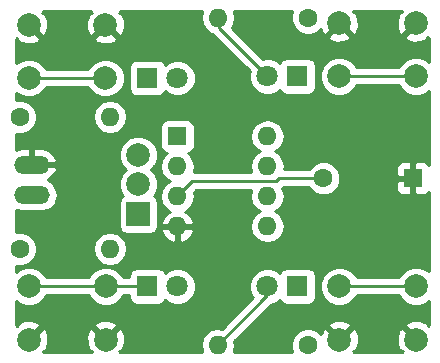
<source format=gbr>
G04 #@! TF.FileFunction,Copper,L1,Top,Signal*
%FSLAX46Y46*%
G04 Gerber Fmt 4.6, Leading zero omitted, Abs format (unit mm)*
G04 Created by KiCad (PCBNEW 4.0.7) date 02/01/18 03:58:40*
%MOMM*%
%LPD*%
G01*
G04 APERTURE LIST*
%ADD10C,0.100000*%
%ADD11R,1.600000X1.600000*%
%ADD12O,1.600000X1.600000*%
%ADD13O,3.010000X1.510000*%
%ADD14R,1.800000X1.800000*%
%ADD15C,1.800000*%
%ADD16C,1.600000*%
%ADD17C,2.000000*%
%ADD18R,2.000000X2.000000*%
%ADD19C,0.250000*%
%ADD20C,0.254000*%
G04 APERTURE END LIST*
D10*
D11*
X147701000Y-94996000D03*
D12*
X155321000Y-102616000D03*
X147701000Y-97536000D03*
X155321000Y-100076000D03*
X147701000Y-100076000D03*
X155321000Y-97536000D03*
X147701000Y-102616000D03*
X155321000Y-94996000D03*
D13*
X135382000Y-99949000D03*
X135382000Y-97409000D03*
D14*
X145161000Y-90043000D03*
D15*
X147701000Y-90043000D03*
D14*
X157861000Y-89916000D03*
D15*
X155321000Y-89916000D03*
D14*
X157861000Y-107696000D03*
D15*
X155321000Y-107696000D03*
D14*
X145161000Y-107696000D03*
D15*
X147701000Y-107696000D03*
D11*
X167640000Y-98552000D03*
D16*
X160040000Y-98552000D03*
X134366000Y-93345000D03*
D12*
X141986000Y-93345000D03*
D16*
X158750000Y-84963000D03*
D12*
X151130000Y-84963000D03*
D16*
X158750000Y-112649000D03*
D12*
X151130000Y-112649000D03*
D16*
X134366000Y-104521000D03*
D12*
X141986000Y-104521000D03*
D17*
X167894000Y-85416000D03*
X167894000Y-89916000D03*
X161394000Y-85416000D03*
X161394000Y-89916000D03*
X161417000Y-112196000D03*
X161417000Y-107696000D03*
X167917000Y-112196000D03*
X167917000Y-107696000D03*
X135128000Y-112196000D03*
X135128000Y-107696000D03*
X141628000Y-112196000D03*
X141628000Y-107696000D03*
X141605000Y-85543000D03*
X141605000Y-90043000D03*
X135105000Y-85543000D03*
X135105000Y-90043000D03*
D18*
X144399000Y-101600000D03*
D17*
X144399000Y-99060000D03*
X144399000Y-96560000D03*
D19*
X141605000Y-90043000D02*
X135105000Y-90043000D01*
X161394000Y-89916000D02*
X167894000Y-89916000D01*
X155321000Y-89916000D02*
X151257000Y-85852000D01*
X151257000Y-85852000D02*
X151257000Y-85090000D01*
X151257000Y-85090000D02*
X151130000Y-84963000D01*
X167917000Y-107696000D02*
X161417000Y-107696000D01*
X155321000Y-107696000D02*
X155321000Y-108458000D01*
X155321000Y-108458000D02*
X151130000Y-112649000D01*
X141628000Y-107696000D02*
X145161000Y-107696000D01*
X141628000Y-107696000D02*
X135128000Y-107696000D01*
X160040000Y-98552000D02*
X156337000Y-98552000D01*
X148971000Y-98806000D02*
X147701000Y-100076000D01*
X156083000Y-98806000D02*
X148971000Y-98806000D01*
X156337000Y-98552000D02*
X156083000Y-98806000D01*
D20*
G36*
X140338186Y-84455794D02*
X140452466Y-84570074D01*
X140185613Y-84668736D01*
X139959092Y-85278461D01*
X139983144Y-85928460D01*
X140185613Y-86417264D01*
X140452468Y-86515927D01*
X141425395Y-85543000D01*
X141411253Y-85528858D01*
X141590858Y-85349253D01*
X141605000Y-85363395D01*
X141619143Y-85349253D01*
X141798748Y-85528858D01*
X141784605Y-85543000D01*
X142757532Y-86515927D01*
X143024387Y-86417264D01*
X143250908Y-85807539D01*
X143226856Y-85157540D01*
X143024387Y-84668736D01*
X142757534Y-84570074D01*
X142871814Y-84455794D01*
X142819020Y-84403000D01*
X149783369Y-84403000D01*
X149776120Y-84413849D01*
X149666887Y-84963000D01*
X149776120Y-85512151D01*
X150087189Y-85977698D01*
X150552736Y-86288767D01*
X150667628Y-86311620D01*
X150719599Y-86389401D01*
X153831234Y-89501036D01*
X153786267Y-89609330D01*
X153785735Y-90219991D01*
X154018932Y-90784371D01*
X154450357Y-91216551D01*
X155014330Y-91450733D01*
X155624991Y-91451265D01*
X156189371Y-91218068D01*
X156357613Y-91050120D01*
X156357838Y-91051317D01*
X156496910Y-91267441D01*
X156709110Y-91412431D01*
X156961000Y-91463440D01*
X158761000Y-91463440D01*
X158996317Y-91419162D01*
X159212441Y-91280090D01*
X159357431Y-91067890D01*
X159408440Y-90816000D01*
X159408440Y-89016000D01*
X159364162Y-88780683D01*
X159225090Y-88564559D01*
X159012890Y-88419569D01*
X158761000Y-88368560D01*
X156961000Y-88368560D01*
X156725683Y-88412838D01*
X156509559Y-88551910D01*
X156364569Y-88764110D01*
X156360433Y-88784534D01*
X156191643Y-88615449D01*
X155627670Y-88381267D01*
X155017009Y-88380735D01*
X154906287Y-88426485D01*
X153048334Y-86568532D01*
X160421073Y-86568532D01*
X160519736Y-86835387D01*
X161129461Y-87061908D01*
X161779460Y-87037856D01*
X162268264Y-86835387D01*
X162366927Y-86568532D01*
X161394000Y-85595605D01*
X160421073Y-86568532D01*
X153048334Y-86568532D01*
X152286842Y-85807040D01*
X152483880Y-85512151D01*
X152593113Y-84963000D01*
X152483880Y-84413849D01*
X152476631Y-84403000D01*
X157428738Y-84403000D01*
X157315250Y-84676309D01*
X157314752Y-85247187D01*
X157532757Y-85774800D01*
X157936077Y-86178824D01*
X158463309Y-86397750D01*
X159034187Y-86398248D01*
X159561800Y-86180243D01*
X159821611Y-85920885D01*
X159974613Y-86290264D01*
X160241468Y-86388927D01*
X161214395Y-85416000D01*
X161200253Y-85401858D01*
X161379858Y-85222253D01*
X161394000Y-85236395D01*
X161408143Y-85222253D01*
X161587748Y-85401858D01*
X161573605Y-85416000D01*
X162546532Y-86388927D01*
X162813387Y-86290264D01*
X163039908Y-85680539D01*
X163015856Y-85030540D01*
X162813387Y-84541736D01*
X162546534Y-84443074D01*
X162586608Y-84403000D01*
X166701392Y-84403000D01*
X166741466Y-84443074D01*
X166474613Y-84541736D01*
X166248092Y-85151461D01*
X166272144Y-85801460D01*
X166474613Y-86290264D01*
X166741468Y-86388927D01*
X167714395Y-85416000D01*
X167700253Y-85401858D01*
X167879858Y-85222253D01*
X167894000Y-85236395D01*
X167908143Y-85222253D01*
X168087748Y-85401858D01*
X168073605Y-85416000D01*
X168087748Y-85430143D01*
X167908143Y-85609748D01*
X167894000Y-85595605D01*
X166921073Y-86568532D01*
X167019736Y-86835387D01*
X167629461Y-87061908D01*
X168279460Y-87037856D01*
X168768264Y-86835387D01*
X168866926Y-86568534D01*
X168962000Y-86663608D01*
X168962000Y-88671605D01*
X168821363Y-88530722D01*
X168220648Y-88281284D01*
X167570205Y-88280716D01*
X166969057Y-88529106D01*
X166508722Y-88988637D01*
X166439227Y-89156000D01*
X162849047Y-89156000D01*
X162780894Y-88991057D01*
X162321363Y-88530722D01*
X161720648Y-88281284D01*
X161070205Y-88280716D01*
X160469057Y-88529106D01*
X160008722Y-88988637D01*
X159759284Y-89589352D01*
X159758716Y-90239795D01*
X160007106Y-90840943D01*
X160466637Y-91301278D01*
X161067352Y-91550716D01*
X161717795Y-91551284D01*
X162318943Y-91302894D01*
X162779278Y-90843363D01*
X162848773Y-90676000D01*
X166438953Y-90676000D01*
X166507106Y-90840943D01*
X166966637Y-91301278D01*
X167567352Y-91550716D01*
X168217795Y-91551284D01*
X168818943Y-91302894D01*
X168962000Y-91160087D01*
X168962000Y-97375974D01*
X168799698Y-97213673D01*
X168566309Y-97117000D01*
X167925750Y-97117000D01*
X167767000Y-97275750D01*
X167767000Y-98425000D01*
X167787000Y-98425000D01*
X167787000Y-98679000D01*
X167767000Y-98679000D01*
X167767000Y-99828250D01*
X167925750Y-99987000D01*
X168566309Y-99987000D01*
X168799698Y-99890327D01*
X168962000Y-99728026D01*
X168962000Y-106428565D01*
X168844363Y-106310722D01*
X168243648Y-106061284D01*
X167593205Y-106060716D01*
X166992057Y-106309106D01*
X166531722Y-106768637D01*
X166462227Y-106936000D01*
X162872047Y-106936000D01*
X162803894Y-106771057D01*
X162344363Y-106310722D01*
X161743648Y-106061284D01*
X161093205Y-106060716D01*
X160492057Y-106309106D01*
X160031722Y-106768637D01*
X159782284Y-107369352D01*
X159781716Y-108019795D01*
X160030106Y-108620943D01*
X160489637Y-109081278D01*
X161090352Y-109330716D01*
X161740795Y-109331284D01*
X162341943Y-109082894D01*
X162802278Y-108623363D01*
X162871773Y-108456000D01*
X166461953Y-108456000D01*
X166530106Y-108620943D01*
X166989637Y-109081278D01*
X167590352Y-109330716D01*
X168240795Y-109331284D01*
X168841943Y-109082894D01*
X168962000Y-108963047D01*
X168962000Y-110971392D01*
X168889926Y-111043466D01*
X168791264Y-110776613D01*
X168181539Y-110550092D01*
X167531540Y-110574144D01*
X167042736Y-110776613D01*
X166944073Y-111043468D01*
X167917000Y-112016395D01*
X167931143Y-112002253D01*
X168110748Y-112181858D01*
X168096605Y-112196000D01*
X168110748Y-112210143D01*
X167931143Y-112389748D01*
X167917000Y-112375605D01*
X167902858Y-112389748D01*
X167723253Y-112210143D01*
X167737395Y-112196000D01*
X166764468Y-111223073D01*
X166497613Y-111321736D01*
X166271092Y-111931461D01*
X166295144Y-112581460D01*
X166497613Y-113070264D01*
X166764466Y-113168926D01*
X166724392Y-113209000D01*
X162609608Y-113209000D01*
X162569534Y-113168926D01*
X162836387Y-113070264D01*
X163062908Y-112460539D01*
X163038856Y-111810540D01*
X162836387Y-111321736D01*
X162569532Y-111223073D01*
X161596605Y-112196000D01*
X161610748Y-112210143D01*
X161431143Y-112389748D01*
X161417000Y-112375605D01*
X161402858Y-112389748D01*
X161223253Y-112210143D01*
X161237395Y-112196000D01*
X160264468Y-111223073D01*
X159997613Y-111321736D01*
X159849814Y-111719566D01*
X159563923Y-111433176D01*
X159036691Y-111214250D01*
X158465813Y-111213752D01*
X157938200Y-111431757D01*
X157534176Y-111835077D01*
X157315250Y-112362309D01*
X157314752Y-112933187D01*
X157428715Y-113209000D01*
X152476631Y-113209000D01*
X152483880Y-113198151D01*
X152593113Y-112649000D01*
X152528688Y-112325114D01*
X153810334Y-111043468D01*
X160444073Y-111043468D01*
X161417000Y-112016395D01*
X162389927Y-111043468D01*
X162291264Y-110776613D01*
X161681539Y-110550092D01*
X161031540Y-110574144D01*
X160542736Y-110776613D01*
X160444073Y-111043468D01*
X153810334Y-111043468D01*
X155622539Y-109231263D01*
X155624991Y-109231265D01*
X156189371Y-108998068D01*
X156357613Y-108830120D01*
X156357838Y-108831317D01*
X156496910Y-109047441D01*
X156709110Y-109192431D01*
X156961000Y-109243440D01*
X158761000Y-109243440D01*
X158996317Y-109199162D01*
X159212441Y-109060090D01*
X159357431Y-108847890D01*
X159408440Y-108596000D01*
X159408440Y-106796000D01*
X159364162Y-106560683D01*
X159225090Y-106344559D01*
X159012890Y-106199569D01*
X158761000Y-106148560D01*
X156961000Y-106148560D01*
X156725683Y-106192838D01*
X156509559Y-106331910D01*
X156364569Y-106544110D01*
X156360433Y-106564534D01*
X156191643Y-106395449D01*
X155627670Y-106161267D01*
X155017009Y-106160735D01*
X154452629Y-106393932D01*
X154020449Y-106825357D01*
X153786267Y-107389330D01*
X153785735Y-107999991D01*
X154018932Y-108564371D01*
X154079327Y-108624871D01*
X151435102Y-111269096D01*
X151158113Y-111214000D01*
X151101887Y-111214000D01*
X150552736Y-111323233D01*
X150087189Y-111634302D01*
X149776120Y-112099849D01*
X149666887Y-112649000D01*
X149776120Y-113198151D01*
X149783369Y-113209000D01*
X142820608Y-113209000D01*
X142780534Y-113168926D01*
X143047387Y-113070264D01*
X143273908Y-112460539D01*
X143249856Y-111810540D01*
X143047387Y-111321736D01*
X142780532Y-111223073D01*
X141807605Y-112196000D01*
X141821748Y-112210143D01*
X141642143Y-112389748D01*
X141628000Y-112375605D01*
X141613858Y-112389748D01*
X141434253Y-112210143D01*
X141448395Y-112196000D01*
X140475468Y-111223073D01*
X140208613Y-111321736D01*
X139982092Y-111931461D01*
X140006144Y-112581460D01*
X140208613Y-113070264D01*
X140475466Y-113168926D01*
X140435392Y-113209000D01*
X136320608Y-113209000D01*
X136280534Y-113168926D01*
X136547387Y-113070264D01*
X136773908Y-112460539D01*
X136749856Y-111810540D01*
X136547387Y-111321736D01*
X136280532Y-111223073D01*
X135307605Y-112196000D01*
X135321748Y-112210143D01*
X135142143Y-112389748D01*
X135128000Y-112375605D01*
X135113858Y-112389748D01*
X134934253Y-112210143D01*
X134948395Y-112196000D01*
X134934253Y-112181858D01*
X135113858Y-112002253D01*
X135128000Y-112016395D01*
X136100927Y-111043468D01*
X140655073Y-111043468D01*
X141628000Y-112016395D01*
X142600927Y-111043468D01*
X142502264Y-110776613D01*
X141892539Y-110550092D01*
X141242540Y-110574144D01*
X140753736Y-110776613D01*
X140655073Y-111043468D01*
X136100927Y-111043468D01*
X136002264Y-110776613D01*
X135392539Y-110550092D01*
X134742540Y-110574144D01*
X134253736Y-110776613D01*
X134155074Y-111043466D01*
X134060000Y-110948392D01*
X134060000Y-108940395D01*
X134200637Y-109081278D01*
X134801352Y-109330716D01*
X135451795Y-109331284D01*
X136052943Y-109082894D01*
X136513278Y-108623363D01*
X136582773Y-108456000D01*
X140172953Y-108456000D01*
X140241106Y-108620943D01*
X140700637Y-109081278D01*
X141301352Y-109330716D01*
X141951795Y-109331284D01*
X142552943Y-109082894D01*
X143013278Y-108623363D01*
X143082773Y-108456000D01*
X143613560Y-108456000D01*
X143613560Y-108596000D01*
X143657838Y-108831317D01*
X143796910Y-109047441D01*
X144009110Y-109192431D01*
X144261000Y-109243440D01*
X146061000Y-109243440D01*
X146296317Y-109199162D01*
X146512441Y-109060090D01*
X146657431Y-108847890D01*
X146661567Y-108827466D01*
X146830357Y-108996551D01*
X147394330Y-109230733D01*
X148004991Y-109231265D01*
X148569371Y-108998068D01*
X149001551Y-108566643D01*
X149235733Y-108002670D01*
X149236265Y-107392009D01*
X149003068Y-106827629D01*
X148571643Y-106395449D01*
X148007670Y-106161267D01*
X147397009Y-106160735D01*
X146832629Y-106393932D01*
X146664387Y-106561880D01*
X146664162Y-106560683D01*
X146525090Y-106344559D01*
X146312890Y-106199569D01*
X146061000Y-106148560D01*
X144261000Y-106148560D01*
X144025683Y-106192838D01*
X143809559Y-106331910D01*
X143664569Y-106544110D01*
X143613560Y-106796000D01*
X143613560Y-106936000D01*
X143083047Y-106936000D01*
X143014894Y-106771057D01*
X142555363Y-106310722D01*
X141954648Y-106061284D01*
X141304205Y-106060716D01*
X140703057Y-106309106D01*
X140242722Y-106768637D01*
X140173227Y-106936000D01*
X136583047Y-106936000D01*
X136514894Y-106771057D01*
X136055363Y-106310722D01*
X135454648Y-106061284D01*
X134804205Y-106060716D01*
X134203057Y-106309106D01*
X134060000Y-106451913D01*
X134060000Y-105947732D01*
X134079309Y-105955750D01*
X134650187Y-105956248D01*
X135177800Y-105738243D01*
X135581824Y-105334923D01*
X135800750Y-104807691D01*
X135801000Y-104521000D01*
X140522887Y-104521000D01*
X140632120Y-105070151D01*
X140943189Y-105535698D01*
X141408736Y-105846767D01*
X141957887Y-105956000D01*
X142014113Y-105956000D01*
X142563264Y-105846767D01*
X143028811Y-105535698D01*
X143339880Y-105070151D01*
X143449113Y-104521000D01*
X143339880Y-103971849D01*
X143028811Y-103506302D01*
X142563264Y-103195233D01*
X142014113Y-103086000D01*
X141957887Y-103086000D01*
X141408736Y-103195233D01*
X140943189Y-103506302D01*
X140632120Y-103971849D01*
X140522887Y-104521000D01*
X135801000Y-104521000D01*
X135801248Y-104236813D01*
X135583243Y-103709200D01*
X135179923Y-103305176D01*
X134652691Y-103086250D01*
X134081813Y-103085752D01*
X134060000Y-103094765D01*
X134060000Y-101233562D01*
X134590075Y-101339000D01*
X136173925Y-101339000D01*
X136705855Y-101233193D01*
X137156803Y-100931878D01*
X137378557Y-100600000D01*
X142751560Y-100600000D01*
X142751560Y-102600000D01*
X142795838Y-102835317D01*
X142934910Y-103051441D01*
X143147110Y-103196431D01*
X143399000Y-103247440D01*
X145399000Y-103247440D01*
X145634317Y-103203162D01*
X145850441Y-103064090D01*
X145918119Y-102965039D01*
X146309096Y-102965039D01*
X146469959Y-103353423D01*
X146845866Y-103768389D01*
X147351959Y-104007914D01*
X147574000Y-103886629D01*
X147574000Y-102743000D01*
X147828000Y-102743000D01*
X147828000Y-103886629D01*
X148050041Y-104007914D01*
X148556134Y-103768389D01*
X148932041Y-103353423D01*
X149092904Y-102965039D01*
X148970915Y-102743000D01*
X147828000Y-102743000D01*
X147574000Y-102743000D01*
X146431085Y-102743000D01*
X146309096Y-102965039D01*
X145918119Y-102965039D01*
X145995431Y-102851890D01*
X146046440Y-102600000D01*
X146046440Y-100600000D01*
X146002162Y-100364683D01*
X145863090Y-100148559D01*
X145720439Y-100051090D01*
X145784278Y-99987363D01*
X146033716Y-99386648D01*
X146034284Y-98736205D01*
X145785894Y-98135057D01*
X145461241Y-97809836D01*
X145735555Y-97536000D01*
X146237887Y-97536000D01*
X146347120Y-98085151D01*
X146658189Y-98550698D01*
X147040275Y-98806000D01*
X146658189Y-99061302D01*
X146347120Y-99526849D01*
X146237887Y-100076000D01*
X146347120Y-100625151D01*
X146658189Y-101090698D01*
X147062703Y-101360986D01*
X146845866Y-101463611D01*
X146469959Y-101878577D01*
X146309096Y-102266961D01*
X146431085Y-102489000D01*
X147574000Y-102489000D01*
X147574000Y-102469000D01*
X147828000Y-102469000D01*
X147828000Y-102489000D01*
X148970915Y-102489000D01*
X149092904Y-102266961D01*
X148932041Y-101878577D01*
X148556134Y-101463611D01*
X148339297Y-101360986D01*
X148743811Y-101090698D01*
X149054880Y-100625151D01*
X149164113Y-100076000D01*
X149099688Y-99752114D01*
X149285802Y-99566000D01*
X153959332Y-99566000D01*
X153857887Y-100076000D01*
X153967120Y-100625151D01*
X154278189Y-101090698D01*
X154660275Y-101346000D01*
X154278189Y-101601302D01*
X153967120Y-102066849D01*
X153857887Y-102616000D01*
X153967120Y-103165151D01*
X154278189Y-103630698D01*
X154743736Y-103941767D01*
X155292887Y-104051000D01*
X155349113Y-104051000D01*
X155898264Y-103941767D01*
X156363811Y-103630698D01*
X156674880Y-103165151D01*
X156784113Y-102616000D01*
X156674880Y-102066849D01*
X156363811Y-101601302D01*
X155981725Y-101346000D01*
X156363811Y-101090698D01*
X156674880Y-100625151D01*
X156784113Y-100076000D01*
X156674880Y-99526849D01*
X156573323Y-99374858D01*
X156620401Y-99343401D01*
X156651802Y-99312000D01*
X158801354Y-99312000D01*
X158822757Y-99363800D01*
X159226077Y-99767824D01*
X159753309Y-99986750D01*
X160324187Y-99987248D01*
X160851800Y-99769243D01*
X161255824Y-99365923D01*
X161474750Y-98838691D01*
X161474750Y-98837750D01*
X166205000Y-98837750D01*
X166205000Y-99478310D01*
X166301673Y-99711699D01*
X166480302Y-99890327D01*
X166713691Y-99987000D01*
X167354250Y-99987000D01*
X167513000Y-99828250D01*
X167513000Y-98679000D01*
X166363750Y-98679000D01*
X166205000Y-98837750D01*
X161474750Y-98837750D01*
X161475248Y-98267813D01*
X161257243Y-97740200D01*
X161142933Y-97625690D01*
X166205000Y-97625690D01*
X166205000Y-98266250D01*
X166363750Y-98425000D01*
X167513000Y-98425000D01*
X167513000Y-97275750D01*
X167354250Y-97117000D01*
X166713691Y-97117000D01*
X166480302Y-97213673D01*
X166301673Y-97392301D01*
X166205000Y-97625690D01*
X161142933Y-97625690D01*
X160853923Y-97336176D01*
X160326691Y-97117250D01*
X159755813Y-97116752D01*
X159228200Y-97334757D01*
X158824176Y-97738077D01*
X158801785Y-97792000D01*
X156733191Y-97792000D01*
X156784113Y-97536000D01*
X156674880Y-96986849D01*
X156363811Y-96521302D01*
X155981725Y-96266000D01*
X156363811Y-96010698D01*
X156674880Y-95545151D01*
X156784113Y-94996000D01*
X156674880Y-94446849D01*
X156363811Y-93981302D01*
X155898264Y-93670233D01*
X155349113Y-93561000D01*
X155292887Y-93561000D01*
X154743736Y-93670233D01*
X154278189Y-93981302D01*
X153967120Y-94446849D01*
X153857887Y-94996000D01*
X153967120Y-95545151D01*
X154278189Y-96010698D01*
X154660275Y-96266000D01*
X154278189Y-96521302D01*
X153967120Y-96986849D01*
X153857887Y-97536000D01*
X153959332Y-98046000D01*
X149062668Y-98046000D01*
X149164113Y-97536000D01*
X149054880Y-96986849D01*
X148743811Y-96521302D01*
X148599535Y-96424899D01*
X148736317Y-96399162D01*
X148952441Y-96260090D01*
X149097431Y-96047890D01*
X149148440Y-95796000D01*
X149148440Y-94196000D01*
X149104162Y-93960683D01*
X148965090Y-93744559D01*
X148752890Y-93599569D01*
X148501000Y-93548560D01*
X146901000Y-93548560D01*
X146665683Y-93592838D01*
X146449559Y-93731910D01*
X146304569Y-93944110D01*
X146253560Y-94196000D01*
X146253560Y-95796000D01*
X146297838Y-96031317D01*
X146436910Y-96247441D01*
X146649110Y-96392431D01*
X146804089Y-96423815D01*
X146658189Y-96521302D01*
X146347120Y-96986849D01*
X146237887Y-97536000D01*
X145735555Y-97536000D01*
X145784278Y-97487363D01*
X146033716Y-96886648D01*
X146034284Y-96236205D01*
X145785894Y-95635057D01*
X145326363Y-95174722D01*
X144725648Y-94925284D01*
X144075205Y-94924716D01*
X143474057Y-95173106D01*
X143013722Y-95632637D01*
X142764284Y-96233352D01*
X142763716Y-96883795D01*
X143012106Y-97484943D01*
X143336759Y-97810164D01*
X143013722Y-98132637D01*
X142764284Y-98733352D01*
X142763716Y-99383795D01*
X143012106Y-99984943D01*
X143078621Y-100051574D01*
X142947559Y-100135910D01*
X142802569Y-100348110D01*
X142751560Y-100600000D01*
X137378557Y-100600000D01*
X137458118Y-100480930D01*
X137563925Y-99949000D01*
X137458118Y-99417070D01*
X137156803Y-98966122D01*
X136708013Y-98666249D01*
X136781263Y-98644592D01*
X137204681Y-98302076D01*
X137464793Y-97823597D01*
X137479277Y-97750971D01*
X137356683Y-97536000D01*
X135509000Y-97536000D01*
X135509000Y-97556000D01*
X135255000Y-97556000D01*
X135255000Y-97536000D01*
X135235000Y-97536000D01*
X135235000Y-97282000D01*
X135255000Y-97282000D01*
X135255000Y-96019000D01*
X135509000Y-96019000D01*
X135509000Y-97282000D01*
X137356683Y-97282000D01*
X137479277Y-97067029D01*
X137464793Y-96994403D01*
X137204681Y-96515924D01*
X136781263Y-96173408D01*
X136259000Y-96019000D01*
X135509000Y-96019000D01*
X135255000Y-96019000D01*
X134505000Y-96019000D01*
X134060000Y-96150565D01*
X134060000Y-94771732D01*
X134079309Y-94779750D01*
X134650187Y-94780248D01*
X135177800Y-94562243D01*
X135581824Y-94158923D01*
X135800750Y-93631691D01*
X135801000Y-93345000D01*
X140522887Y-93345000D01*
X140632120Y-93894151D01*
X140943189Y-94359698D01*
X141408736Y-94670767D01*
X141957887Y-94780000D01*
X142014113Y-94780000D01*
X142563264Y-94670767D01*
X143028811Y-94359698D01*
X143339880Y-93894151D01*
X143449113Y-93345000D01*
X143339880Y-92795849D01*
X143028811Y-92330302D01*
X142563264Y-92019233D01*
X142014113Y-91910000D01*
X141957887Y-91910000D01*
X141408736Y-92019233D01*
X140943189Y-92330302D01*
X140632120Y-92795849D01*
X140522887Y-93345000D01*
X135801000Y-93345000D01*
X135801248Y-93060813D01*
X135583243Y-92533200D01*
X135179923Y-92129176D01*
X134652691Y-91910250D01*
X134081813Y-91909752D01*
X134060000Y-91918765D01*
X134060000Y-91310435D01*
X134177637Y-91428278D01*
X134778352Y-91677716D01*
X135428795Y-91678284D01*
X136029943Y-91429894D01*
X136490278Y-90970363D01*
X136559773Y-90803000D01*
X140149953Y-90803000D01*
X140218106Y-90967943D01*
X140677637Y-91428278D01*
X141278352Y-91677716D01*
X141928795Y-91678284D01*
X142529943Y-91429894D01*
X142990278Y-90970363D01*
X143239716Y-90369648D01*
X143240284Y-89719205D01*
X143002201Y-89143000D01*
X143613560Y-89143000D01*
X143613560Y-90943000D01*
X143657838Y-91178317D01*
X143796910Y-91394441D01*
X144009110Y-91539431D01*
X144261000Y-91590440D01*
X146061000Y-91590440D01*
X146296317Y-91546162D01*
X146512441Y-91407090D01*
X146657431Y-91194890D01*
X146661567Y-91174466D01*
X146830357Y-91343551D01*
X147394330Y-91577733D01*
X148004991Y-91578265D01*
X148569371Y-91345068D01*
X149001551Y-90913643D01*
X149235733Y-90349670D01*
X149236265Y-89739009D01*
X149003068Y-89174629D01*
X148571643Y-88742449D01*
X148007670Y-88508267D01*
X147397009Y-88507735D01*
X146832629Y-88740932D01*
X146664387Y-88908880D01*
X146664162Y-88907683D01*
X146525090Y-88691559D01*
X146312890Y-88546569D01*
X146061000Y-88495560D01*
X144261000Y-88495560D01*
X144025683Y-88539838D01*
X143809559Y-88678910D01*
X143664569Y-88891110D01*
X143613560Y-89143000D01*
X143002201Y-89143000D01*
X142991894Y-89118057D01*
X142532363Y-88657722D01*
X141931648Y-88408284D01*
X141281205Y-88407716D01*
X140680057Y-88656106D01*
X140219722Y-89115637D01*
X140150227Y-89283000D01*
X136560047Y-89283000D01*
X136491894Y-89118057D01*
X136032363Y-88657722D01*
X135431648Y-88408284D01*
X134781205Y-88407716D01*
X134180057Y-88656106D01*
X134060000Y-88775953D01*
X134060000Y-86767608D01*
X134132074Y-86695534D01*
X134230736Y-86962387D01*
X134840461Y-87188908D01*
X135490460Y-87164856D01*
X135979264Y-86962387D01*
X136077927Y-86695532D01*
X140632073Y-86695532D01*
X140730736Y-86962387D01*
X141340461Y-87188908D01*
X141990460Y-87164856D01*
X142479264Y-86962387D01*
X142577927Y-86695532D01*
X141605000Y-85722605D01*
X140632073Y-86695532D01*
X136077927Y-86695532D01*
X135105000Y-85722605D01*
X135090858Y-85736748D01*
X134911253Y-85557143D01*
X134925395Y-85543000D01*
X134911253Y-85528858D01*
X135090858Y-85349253D01*
X135105000Y-85363395D01*
X135119143Y-85349253D01*
X135298748Y-85528858D01*
X135284605Y-85543000D01*
X136257532Y-86515927D01*
X136524387Y-86417264D01*
X136750908Y-85807539D01*
X136726856Y-85157540D01*
X136524387Y-84668736D01*
X136257534Y-84570074D01*
X136371814Y-84455794D01*
X136319020Y-84403000D01*
X140390980Y-84403000D01*
X140338186Y-84455794D01*
X140338186Y-84455794D01*
G37*
X140338186Y-84455794D02*
X140452466Y-84570074D01*
X140185613Y-84668736D01*
X139959092Y-85278461D01*
X139983144Y-85928460D01*
X140185613Y-86417264D01*
X140452468Y-86515927D01*
X141425395Y-85543000D01*
X141411253Y-85528858D01*
X141590858Y-85349253D01*
X141605000Y-85363395D01*
X141619143Y-85349253D01*
X141798748Y-85528858D01*
X141784605Y-85543000D01*
X142757532Y-86515927D01*
X143024387Y-86417264D01*
X143250908Y-85807539D01*
X143226856Y-85157540D01*
X143024387Y-84668736D01*
X142757534Y-84570074D01*
X142871814Y-84455794D01*
X142819020Y-84403000D01*
X149783369Y-84403000D01*
X149776120Y-84413849D01*
X149666887Y-84963000D01*
X149776120Y-85512151D01*
X150087189Y-85977698D01*
X150552736Y-86288767D01*
X150667628Y-86311620D01*
X150719599Y-86389401D01*
X153831234Y-89501036D01*
X153786267Y-89609330D01*
X153785735Y-90219991D01*
X154018932Y-90784371D01*
X154450357Y-91216551D01*
X155014330Y-91450733D01*
X155624991Y-91451265D01*
X156189371Y-91218068D01*
X156357613Y-91050120D01*
X156357838Y-91051317D01*
X156496910Y-91267441D01*
X156709110Y-91412431D01*
X156961000Y-91463440D01*
X158761000Y-91463440D01*
X158996317Y-91419162D01*
X159212441Y-91280090D01*
X159357431Y-91067890D01*
X159408440Y-90816000D01*
X159408440Y-89016000D01*
X159364162Y-88780683D01*
X159225090Y-88564559D01*
X159012890Y-88419569D01*
X158761000Y-88368560D01*
X156961000Y-88368560D01*
X156725683Y-88412838D01*
X156509559Y-88551910D01*
X156364569Y-88764110D01*
X156360433Y-88784534D01*
X156191643Y-88615449D01*
X155627670Y-88381267D01*
X155017009Y-88380735D01*
X154906287Y-88426485D01*
X153048334Y-86568532D01*
X160421073Y-86568532D01*
X160519736Y-86835387D01*
X161129461Y-87061908D01*
X161779460Y-87037856D01*
X162268264Y-86835387D01*
X162366927Y-86568532D01*
X161394000Y-85595605D01*
X160421073Y-86568532D01*
X153048334Y-86568532D01*
X152286842Y-85807040D01*
X152483880Y-85512151D01*
X152593113Y-84963000D01*
X152483880Y-84413849D01*
X152476631Y-84403000D01*
X157428738Y-84403000D01*
X157315250Y-84676309D01*
X157314752Y-85247187D01*
X157532757Y-85774800D01*
X157936077Y-86178824D01*
X158463309Y-86397750D01*
X159034187Y-86398248D01*
X159561800Y-86180243D01*
X159821611Y-85920885D01*
X159974613Y-86290264D01*
X160241468Y-86388927D01*
X161214395Y-85416000D01*
X161200253Y-85401858D01*
X161379858Y-85222253D01*
X161394000Y-85236395D01*
X161408143Y-85222253D01*
X161587748Y-85401858D01*
X161573605Y-85416000D01*
X162546532Y-86388927D01*
X162813387Y-86290264D01*
X163039908Y-85680539D01*
X163015856Y-85030540D01*
X162813387Y-84541736D01*
X162546534Y-84443074D01*
X162586608Y-84403000D01*
X166701392Y-84403000D01*
X166741466Y-84443074D01*
X166474613Y-84541736D01*
X166248092Y-85151461D01*
X166272144Y-85801460D01*
X166474613Y-86290264D01*
X166741468Y-86388927D01*
X167714395Y-85416000D01*
X167700253Y-85401858D01*
X167879858Y-85222253D01*
X167894000Y-85236395D01*
X167908143Y-85222253D01*
X168087748Y-85401858D01*
X168073605Y-85416000D01*
X168087748Y-85430143D01*
X167908143Y-85609748D01*
X167894000Y-85595605D01*
X166921073Y-86568532D01*
X167019736Y-86835387D01*
X167629461Y-87061908D01*
X168279460Y-87037856D01*
X168768264Y-86835387D01*
X168866926Y-86568534D01*
X168962000Y-86663608D01*
X168962000Y-88671605D01*
X168821363Y-88530722D01*
X168220648Y-88281284D01*
X167570205Y-88280716D01*
X166969057Y-88529106D01*
X166508722Y-88988637D01*
X166439227Y-89156000D01*
X162849047Y-89156000D01*
X162780894Y-88991057D01*
X162321363Y-88530722D01*
X161720648Y-88281284D01*
X161070205Y-88280716D01*
X160469057Y-88529106D01*
X160008722Y-88988637D01*
X159759284Y-89589352D01*
X159758716Y-90239795D01*
X160007106Y-90840943D01*
X160466637Y-91301278D01*
X161067352Y-91550716D01*
X161717795Y-91551284D01*
X162318943Y-91302894D01*
X162779278Y-90843363D01*
X162848773Y-90676000D01*
X166438953Y-90676000D01*
X166507106Y-90840943D01*
X166966637Y-91301278D01*
X167567352Y-91550716D01*
X168217795Y-91551284D01*
X168818943Y-91302894D01*
X168962000Y-91160087D01*
X168962000Y-97375974D01*
X168799698Y-97213673D01*
X168566309Y-97117000D01*
X167925750Y-97117000D01*
X167767000Y-97275750D01*
X167767000Y-98425000D01*
X167787000Y-98425000D01*
X167787000Y-98679000D01*
X167767000Y-98679000D01*
X167767000Y-99828250D01*
X167925750Y-99987000D01*
X168566309Y-99987000D01*
X168799698Y-99890327D01*
X168962000Y-99728026D01*
X168962000Y-106428565D01*
X168844363Y-106310722D01*
X168243648Y-106061284D01*
X167593205Y-106060716D01*
X166992057Y-106309106D01*
X166531722Y-106768637D01*
X166462227Y-106936000D01*
X162872047Y-106936000D01*
X162803894Y-106771057D01*
X162344363Y-106310722D01*
X161743648Y-106061284D01*
X161093205Y-106060716D01*
X160492057Y-106309106D01*
X160031722Y-106768637D01*
X159782284Y-107369352D01*
X159781716Y-108019795D01*
X160030106Y-108620943D01*
X160489637Y-109081278D01*
X161090352Y-109330716D01*
X161740795Y-109331284D01*
X162341943Y-109082894D01*
X162802278Y-108623363D01*
X162871773Y-108456000D01*
X166461953Y-108456000D01*
X166530106Y-108620943D01*
X166989637Y-109081278D01*
X167590352Y-109330716D01*
X168240795Y-109331284D01*
X168841943Y-109082894D01*
X168962000Y-108963047D01*
X168962000Y-110971392D01*
X168889926Y-111043466D01*
X168791264Y-110776613D01*
X168181539Y-110550092D01*
X167531540Y-110574144D01*
X167042736Y-110776613D01*
X166944073Y-111043468D01*
X167917000Y-112016395D01*
X167931143Y-112002253D01*
X168110748Y-112181858D01*
X168096605Y-112196000D01*
X168110748Y-112210143D01*
X167931143Y-112389748D01*
X167917000Y-112375605D01*
X167902858Y-112389748D01*
X167723253Y-112210143D01*
X167737395Y-112196000D01*
X166764468Y-111223073D01*
X166497613Y-111321736D01*
X166271092Y-111931461D01*
X166295144Y-112581460D01*
X166497613Y-113070264D01*
X166764466Y-113168926D01*
X166724392Y-113209000D01*
X162609608Y-113209000D01*
X162569534Y-113168926D01*
X162836387Y-113070264D01*
X163062908Y-112460539D01*
X163038856Y-111810540D01*
X162836387Y-111321736D01*
X162569532Y-111223073D01*
X161596605Y-112196000D01*
X161610748Y-112210143D01*
X161431143Y-112389748D01*
X161417000Y-112375605D01*
X161402858Y-112389748D01*
X161223253Y-112210143D01*
X161237395Y-112196000D01*
X160264468Y-111223073D01*
X159997613Y-111321736D01*
X159849814Y-111719566D01*
X159563923Y-111433176D01*
X159036691Y-111214250D01*
X158465813Y-111213752D01*
X157938200Y-111431757D01*
X157534176Y-111835077D01*
X157315250Y-112362309D01*
X157314752Y-112933187D01*
X157428715Y-113209000D01*
X152476631Y-113209000D01*
X152483880Y-113198151D01*
X152593113Y-112649000D01*
X152528688Y-112325114D01*
X153810334Y-111043468D01*
X160444073Y-111043468D01*
X161417000Y-112016395D01*
X162389927Y-111043468D01*
X162291264Y-110776613D01*
X161681539Y-110550092D01*
X161031540Y-110574144D01*
X160542736Y-110776613D01*
X160444073Y-111043468D01*
X153810334Y-111043468D01*
X155622539Y-109231263D01*
X155624991Y-109231265D01*
X156189371Y-108998068D01*
X156357613Y-108830120D01*
X156357838Y-108831317D01*
X156496910Y-109047441D01*
X156709110Y-109192431D01*
X156961000Y-109243440D01*
X158761000Y-109243440D01*
X158996317Y-109199162D01*
X159212441Y-109060090D01*
X159357431Y-108847890D01*
X159408440Y-108596000D01*
X159408440Y-106796000D01*
X159364162Y-106560683D01*
X159225090Y-106344559D01*
X159012890Y-106199569D01*
X158761000Y-106148560D01*
X156961000Y-106148560D01*
X156725683Y-106192838D01*
X156509559Y-106331910D01*
X156364569Y-106544110D01*
X156360433Y-106564534D01*
X156191643Y-106395449D01*
X155627670Y-106161267D01*
X155017009Y-106160735D01*
X154452629Y-106393932D01*
X154020449Y-106825357D01*
X153786267Y-107389330D01*
X153785735Y-107999991D01*
X154018932Y-108564371D01*
X154079327Y-108624871D01*
X151435102Y-111269096D01*
X151158113Y-111214000D01*
X151101887Y-111214000D01*
X150552736Y-111323233D01*
X150087189Y-111634302D01*
X149776120Y-112099849D01*
X149666887Y-112649000D01*
X149776120Y-113198151D01*
X149783369Y-113209000D01*
X142820608Y-113209000D01*
X142780534Y-113168926D01*
X143047387Y-113070264D01*
X143273908Y-112460539D01*
X143249856Y-111810540D01*
X143047387Y-111321736D01*
X142780532Y-111223073D01*
X141807605Y-112196000D01*
X141821748Y-112210143D01*
X141642143Y-112389748D01*
X141628000Y-112375605D01*
X141613858Y-112389748D01*
X141434253Y-112210143D01*
X141448395Y-112196000D01*
X140475468Y-111223073D01*
X140208613Y-111321736D01*
X139982092Y-111931461D01*
X140006144Y-112581460D01*
X140208613Y-113070264D01*
X140475466Y-113168926D01*
X140435392Y-113209000D01*
X136320608Y-113209000D01*
X136280534Y-113168926D01*
X136547387Y-113070264D01*
X136773908Y-112460539D01*
X136749856Y-111810540D01*
X136547387Y-111321736D01*
X136280532Y-111223073D01*
X135307605Y-112196000D01*
X135321748Y-112210143D01*
X135142143Y-112389748D01*
X135128000Y-112375605D01*
X135113858Y-112389748D01*
X134934253Y-112210143D01*
X134948395Y-112196000D01*
X134934253Y-112181858D01*
X135113858Y-112002253D01*
X135128000Y-112016395D01*
X136100927Y-111043468D01*
X140655073Y-111043468D01*
X141628000Y-112016395D01*
X142600927Y-111043468D01*
X142502264Y-110776613D01*
X141892539Y-110550092D01*
X141242540Y-110574144D01*
X140753736Y-110776613D01*
X140655073Y-111043468D01*
X136100927Y-111043468D01*
X136002264Y-110776613D01*
X135392539Y-110550092D01*
X134742540Y-110574144D01*
X134253736Y-110776613D01*
X134155074Y-111043466D01*
X134060000Y-110948392D01*
X134060000Y-108940395D01*
X134200637Y-109081278D01*
X134801352Y-109330716D01*
X135451795Y-109331284D01*
X136052943Y-109082894D01*
X136513278Y-108623363D01*
X136582773Y-108456000D01*
X140172953Y-108456000D01*
X140241106Y-108620943D01*
X140700637Y-109081278D01*
X141301352Y-109330716D01*
X141951795Y-109331284D01*
X142552943Y-109082894D01*
X143013278Y-108623363D01*
X143082773Y-108456000D01*
X143613560Y-108456000D01*
X143613560Y-108596000D01*
X143657838Y-108831317D01*
X143796910Y-109047441D01*
X144009110Y-109192431D01*
X144261000Y-109243440D01*
X146061000Y-109243440D01*
X146296317Y-109199162D01*
X146512441Y-109060090D01*
X146657431Y-108847890D01*
X146661567Y-108827466D01*
X146830357Y-108996551D01*
X147394330Y-109230733D01*
X148004991Y-109231265D01*
X148569371Y-108998068D01*
X149001551Y-108566643D01*
X149235733Y-108002670D01*
X149236265Y-107392009D01*
X149003068Y-106827629D01*
X148571643Y-106395449D01*
X148007670Y-106161267D01*
X147397009Y-106160735D01*
X146832629Y-106393932D01*
X146664387Y-106561880D01*
X146664162Y-106560683D01*
X146525090Y-106344559D01*
X146312890Y-106199569D01*
X146061000Y-106148560D01*
X144261000Y-106148560D01*
X144025683Y-106192838D01*
X143809559Y-106331910D01*
X143664569Y-106544110D01*
X143613560Y-106796000D01*
X143613560Y-106936000D01*
X143083047Y-106936000D01*
X143014894Y-106771057D01*
X142555363Y-106310722D01*
X141954648Y-106061284D01*
X141304205Y-106060716D01*
X140703057Y-106309106D01*
X140242722Y-106768637D01*
X140173227Y-106936000D01*
X136583047Y-106936000D01*
X136514894Y-106771057D01*
X136055363Y-106310722D01*
X135454648Y-106061284D01*
X134804205Y-106060716D01*
X134203057Y-106309106D01*
X134060000Y-106451913D01*
X134060000Y-105947732D01*
X134079309Y-105955750D01*
X134650187Y-105956248D01*
X135177800Y-105738243D01*
X135581824Y-105334923D01*
X135800750Y-104807691D01*
X135801000Y-104521000D01*
X140522887Y-104521000D01*
X140632120Y-105070151D01*
X140943189Y-105535698D01*
X141408736Y-105846767D01*
X141957887Y-105956000D01*
X142014113Y-105956000D01*
X142563264Y-105846767D01*
X143028811Y-105535698D01*
X143339880Y-105070151D01*
X143449113Y-104521000D01*
X143339880Y-103971849D01*
X143028811Y-103506302D01*
X142563264Y-103195233D01*
X142014113Y-103086000D01*
X141957887Y-103086000D01*
X141408736Y-103195233D01*
X140943189Y-103506302D01*
X140632120Y-103971849D01*
X140522887Y-104521000D01*
X135801000Y-104521000D01*
X135801248Y-104236813D01*
X135583243Y-103709200D01*
X135179923Y-103305176D01*
X134652691Y-103086250D01*
X134081813Y-103085752D01*
X134060000Y-103094765D01*
X134060000Y-101233562D01*
X134590075Y-101339000D01*
X136173925Y-101339000D01*
X136705855Y-101233193D01*
X137156803Y-100931878D01*
X137378557Y-100600000D01*
X142751560Y-100600000D01*
X142751560Y-102600000D01*
X142795838Y-102835317D01*
X142934910Y-103051441D01*
X143147110Y-103196431D01*
X143399000Y-103247440D01*
X145399000Y-103247440D01*
X145634317Y-103203162D01*
X145850441Y-103064090D01*
X145918119Y-102965039D01*
X146309096Y-102965039D01*
X146469959Y-103353423D01*
X146845866Y-103768389D01*
X147351959Y-104007914D01*
X147574000Y-103886629D01*
X147574000Y-102743000D01*
X147828000Y-102743000D01*
X147828000Y-103886629D01*
X148050041Y-104007914D01*
X148556134Y-103768389D01*
X148932041Y-103353423D01*
X149092904Y-102965039D01*
X148970915Y-102743000D01*
X147828000Y-102743000D01*
X147574000Y-102743000D01*
X146431085Y-102743000D01*
X146309096Y-102965039D01*
X145918119Y-102965039D01*
X145995431Y-102851890D01*
X146046440Y-102600000D01*
X146046440Y-100600000D01*
X146002162Y-100364683D01*
X145863090Y-100148559D01*
X145720439Y-100051090D01*
X145784278Y-99987363D01*
X146033716Y-99386648D01*
X146034284Y-98736205D01*
X145785894Y-98135057D01*
X145461241Y-97809836D01*
X145735555Y-97536000D01*
X146237887Y-97536000D01*
X146347120Y-98085151D01*
X146658189Y-98550698D01*
X147040275Y-98806000D01*
X146658189Y-99061302D01*
X146347120Y-99526849D01*
X146237887Y-100076000D01*
X146347120Y-100625151D01*
X146658189Y-101090698D01*
X147062703Y-101360986D01*
X146845866Y-101463611D01*
X146469959Y-101878577D01*
X146309096Y-102266961D01*
X146431085Y-102489000D01*
X147574000Y-102489000D01*
X147574000Y-102469000D01*
X147828000Y-102469000D01*
X147828000Y-102489000D01*
X148970915Y-102489000D01*
X149092904Y-102266961D01*
X148932041Y-101878577D01*
X148556134Y-101463611D01*
X148339297Y-101360986D01*
X148743811Y-101090698D01*
X149054880Y-100625151D01*
X149164113Y-100076000D01*
X149099688Y-99752114D01*
X149285802Y-99566000D01*
X153959332Y-99566000D01*
X153857887Y-100076000D01*
X153967120Y-100625151D01*
X154278189Y-101090698D01*
X154660275Y-101346000D01*
X154278189Y-101601302D01*
X153967120Y-102066849D01*
X153857887Y-102616000D01*
X153967120Y-103165151D01*
X154278189Y-103630698D01*
X154743736Y-103941767D01*
X155292887Y-104051000D01*
X155349113Y-104051000D01*
X155898264Y-103941767D01*
X156363811Y-103630698D01*
X156674880Y-103165151D01*
X156784113Y-102616000D01*
X156674880Y-102066849D01*
X156363811Y-101601302D01*
X155981725Y-101346000D01*
X156363811Y-101090698D01*
X156674880Y-100625151D01*
X156784113Y-100076000D01*
X156674880Y-99526849D01*
X156573323Y-99374858D01*
X156620401Y-99343401D01*
X156651802Y-99312000D01*
X158801354Y-99312000D01*
X158822757Y-99363800D01*
X159226077Y-99767824D01*
X159753309Y-99986750D01*
X160324187Y-99987248D01*
X160851800Y-99769243D01*
X161255824Y-99365923D01*
X161474750Y-98838691D01*
X161474750Y-98837750D01*
X166205000Y-98837750D01*
X166205000Y-99478310D01*
X166301673Y-99711699D01*
X166480302Y-99890327D01*
X166713691Y-99987000D01*
X167354250Y-99987000D01*
X167513000Y-99828250D01*
X167513000Y-98679000D01*
X166363750Y-98679000D01*
X166205000Y-98837750D01*
X161474750Y-98837750D01*
X161475248Y-98267813D01*
X161257243Y-97740200D01*
X161142933Y-97625690D01*
X166205000Y-97625690D01*
X166205000Y-98266250D01*
X166363750Y-98425000D01*
X167513000Y-98425000D01*
X167513000Y-97275750D01*
X167354250Y-97117000D01*
X166713691Y-97117000D01*
X166480302Y-97213673D01*
X166301673Y-97392301D01*
X166205000Y-97625690D01*
X161142933Y-97625690D01*
X160853923Y-97336176D01*
X160326691Y-97117250D01*
X159755813Y-97116752D01*
X159228200Y-97334757D01*
X158824176Y-97738077D01*
X158801785Y-97792000D01*
X156733191Y-97792000D01*
X156784113Y-97536000D01*
X156674880Y-96986849D01*
X156363811Y-96521302D01*
X155981725Y-96266000D01*
X156363811Y-96010698D01*
X156674880Y-95545151D01*
X156784113Y-94996000D01*
X156674880Y-94446849D01*
X156363811Y-93981302D01*
X155898264Y-93670233D01*
X155349113Y-93561000D01*
X155292887Y-93561000D01*
X154743736Y-93670233D01*
X154278189Y-93981302D01*
X153967120Y-94446849D01*
X153857887Y-94996000D01*
X153967120Y-95545151D01*
X154278189Y-96010698D01*
X154660275Y-96266000D01*
X154278189Y-96521302D01*
X153967120Y-96986849D01*
X153857887Y-97536000D01*
X153959332Y-98046000D01*
X149062668Y-98046000D01*
X149164113Y-97536000D01*
X149054880Y-96986849D01*
X148743811Y-96521302D01*
X148599535Y-96424899D01*
X148736317Y-96399162D01*
X148952441Y-96260090D01*
X149097431Y-96047890D01*
X149148440Y-95796000D01*
X149148440Y-94196000D01*
X149104162Y-93960683D01*
X148965090Y-93744559D01*
X148752890Y-93599569D01*
X148501000Y-93548560D01*
X146901000Y-93548560D01*
X146665683Y-93592838D01*
X146449559Y-93731910D01*
X146304569Y-93944110D01*
X146253560Y-94196000D01*
X146253560Y-95796000D01*
X146297838Y-96031317D01*
X146436910Y-96247441D01*
X146649110Y-96392431D01*
X146804089Y-96423815D01*
X146658189Y-96521302D01*
X146347120Y-96986849D01*
X146237887Y-97536000D01*
X145735555Y-97536000D01*
X145784278Y-97487363D01*
X146033716Y-96886648D01*
X146034284Y-96236205D01*
X145785894Y-95635057D01*
X145326363Y-95174722D01*
X144725648Y-94925284D01*
X144075205Y-94924716D01*
X143474057Y-95173106D01*
X143013722Y-95632637D01*
X142764284Y-96233352D01*
X142763716Y-96883795D01*
X143012106Y-97484943D01*
X143336759Y-97810164D01*
X143013722Y-98132637D01*
X142764284Y-98733352D01*
X142763716Y-99383795D01*
X143012106Y-99984943D01*
X143078621Y-100051574D01*
X142947559Y-100135910D01*
X142802569Y-100348110D01*
X142751560Y-100600000D01*
X137378557Y-100600000D01*
X137458118Y-100480930D01*
X137563925Y-99949000D01*
X137458118Y-99417070D01*
X137156803Y-98966122D01*
X136708013Y-98666249D01*
X136781263Y-98644592D01*
X137204681Y-98302076D01*
X137464793Y-97823597D01*
X137479277Y-97750971D01*
X137356683Y-97536000D01*
X135509000Y-97536000D01*
X135509000Y-97556000D01*
X135255000Y-97556000D01*
X135255000Y-97536000D01*
X135235000Y-97536000D01*
X135235000Y-97282000D01*
X135255000Y-97282000D01*
X135255000Y-96019000D01*
X135509000Y-96019000D01*
X135509000Y-97282000D01*
X137356683Y-97282000D01*
X137479277Y-97067029D01*
X137464793Y-96994403D01*
X137204681Y-96515924D01*
X136781263Y-96173408D01*
X136259000Y-96019000D01*
X135509000Y-96019000D01*
X135255000Y-96019000D01*
X134505000Y-96019000D01*
X134060000Y-96150565D01*
X134060000Y-94771732D01*
X134079309Y-94779750D01*
X134650187Y-94780248D01*
X135177800Y-94562243D01*
X135581824Y-94158923D01*
X135800750Y-93631691D01*
X135801000Y-93345000D01*
X140522887Y-93345000D01*
X140632120Y-93894151D01*
X140943189Y-94359698D01*
X141408736Y-94670767D01*
X141957887Y-94780000D01*
X142014113Y-94780000D01*
X142563264Y-94670767D01*
X143028811Y-94359698D01*
X143339880Y-93894151D01*
X143449113Y-93345000D01*
X143339880Y-92795849D01*
X143028811Y-92330302D01*
X142563264Y-92019233D01*
X142014113Y-91910000D01*
X141957887Y-91910000D01*
X141408736Y-92019233D01*
X140943189Y-92330302D01*
X140632120Y-92795849D01*
X140522887Y-93345000D01*
X135801000Y-93345000D01*
X135801248Y-93060813D01*
X135583243Y-92533200D01*
X135179923Y-92129176D01*
X134652691Y-91910250D01*
X134081813Y-91909752D01*
X134060000Y-91918765D01*
X134060000Y-91310435D01*
X134177637Y-91428278D01*
X134778352Y-91677716D01*
X135428795Y-91678284D01*
X136029943Y-91429894D01*
X136490278Y-90970363D01*
X136559773Y-90803000D01*
X140149953Y-90803000D01*
X140218106Y-90967943D01*
X140677637Y-91428278D01*
X141278352Y-91677716D01*
X141928795Y-91678284D01*
X142529943Y-91429894D01*
X142990278Y-90970363D01*
X143239716Y-90369648D01*
X143240284Y-89719205D01*
X143002201Y-89143000D01*
X143613560Y-89143000D01*
X143613560Y-90943000D01*
X143657838Y-91178317D01*
X143796910Y-91394441D01*
X144009110Y-91539431D01*
X144261000Y-91590440D01*
X146061000Y-91590440D01*
X146296317Y-91546162D01*
X146512441Y-91407090D01*
X146657431Y-91194890D01*
X146661567Y-91174466D01*
X146830357Y-91343551D01*
X147394330Y-91577733D01*
X148004991Y-91578265D01*
X148569371Y-91345068D01*
X149001551Y-90913643D01*
X149235733Y-90349670D01*
X149236265Y-89739009D01*
X149003068Y-89174629D01*
X148571643Y-88742449D01*
X148007670Y-88508267D01*
X147397009Y-88507735D01*
X146832629Y-88740932D01*
X146664387Y-88908880D01*
X146664162Y-88907683D01*
X146525090Y-88691559D01*
X146312890Y-88546569D01*
X146061000Y-88495560D01*
X144261000Y-88495560D01*
X144025683Y-88539838D01*
X143809559Y-88678910D01*
X143664569Y-88891110D01*
X143613560Y-89143000D01*
X143002201Y-89143000D01*
X142991894Y-89118057D01*
X142532363Y-88657722D01*
X141931648Y-88408284D01*
X141281205Y-88407716D01*
X140680057Y-88656106D01*
X140219722Y-89115637D01*
X140150227Y-89283000D01*
X136560047Y-89283000D01*
X136491894Y-89118057D01*
X136032363Y-88657722D01*
X135431648Y-88408284D01*
X134781205Y-88407716D01*
X134180057Y-88656106D01*
X134060000Y-88775953D01*
X134060000Y-86767608D01*
X134132074Y-86695534D01*
X134230736Y-86962387D01*
X134840461Y-87188908D01*
X135490460Y-87164856D01*
X135979264Y-86962387D01*
X136077927Y-86695532D01*
X140632073Y-86695532D01*
X140730736Y-86962387D01*
X141340461Y-87188908D01*
X141990460Y-87164856D01*
X142479264Y-86962387D01*
X142577927Y-86695532D01*
X141605000Y-85722605D01*
X140632073Y-86695532D01*
X136077927Y-86695532D01*
X135105000Y-85722605D01*
X135090858Y-85736748D01*
X134911253Y-85557143D01*
X134925395Y-85543000D01*
X134911253Y-85528858D01*
X135090858Y-85349253D01*
X135105000Y-85363395D01*
X135119143Y-85349253D01*
X135298748Y-85528858D01*
X135284605Y-85543000D01*
X136257532Y-86515927D01*
X136524387Y-86417264D01*
X136750908Y-85807539D01*
X136726856Y-85157540D01*
X136524387Y-84668736D01*
X136257534Y-84570074D01*
X136371814Y-84455794D01*
X136319020Y-84403000D01*
X140390980Y-84403000D01*
X140338186Y-84455794D01*
M02*

</source>
